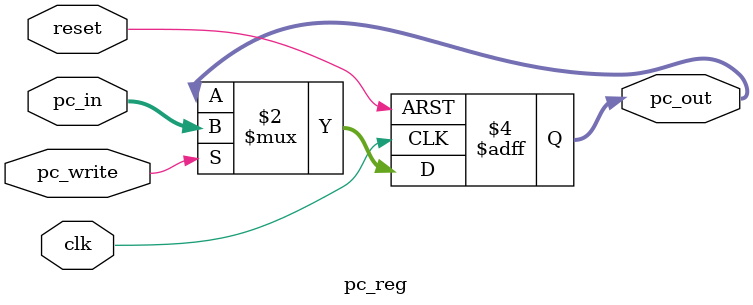
<source format=v>
module pc_reg(
    input clk,
    input reset,
    input pc_write,
    input [31:0] pc_in,
    output reg [31:0] pc_out
);

always @(posedge clk or posedge reset) begin
    if (reset)
        pc_out <= 0;
    else if (pc_write)
        pc_out <= pc_in;
end

endmodule

</source>
